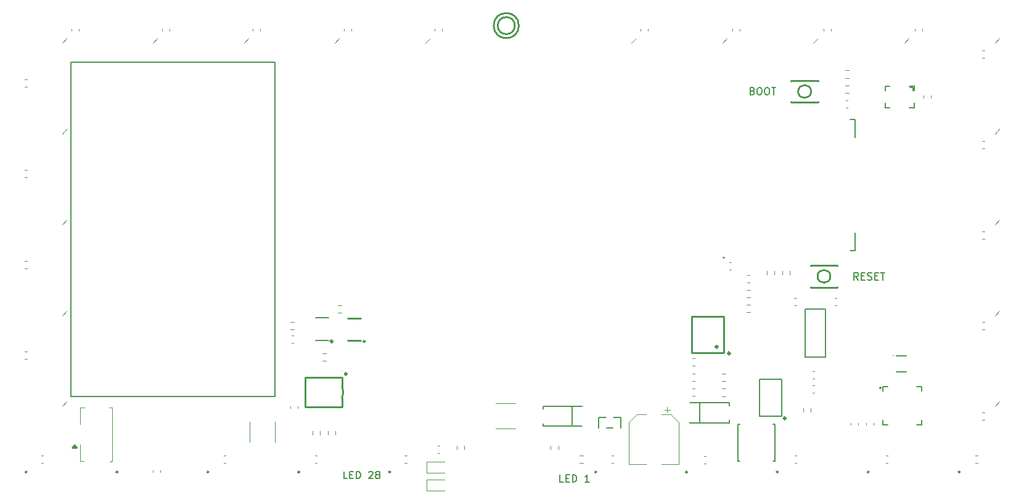
<source format=gbr>
%TF.GenerationSoftware,KiCad,Pcbnew,(6.0.4-0)*%
%TF.CreationDate,2022-05-07T01:43:22+02:00*%
%TF.ProjectId,LaptopLEDsign,4c617074-6f70-44c4-9544-7369676e2e6b,rev?*%
%TF.SameCoordinates,Original*%
%TF.FileFunction,Legend,Top*%
%TF.FilePolarity,Positive*%
%FSLAX46Y46*%
G04 Gerber Fmt 4.6, Leading zero omitted, Abs format (unit mm)*
G04 Created by KiCad (PCBNEW (6.0.4-0)) date 2022-05-07 01:43:22*
%MOMM*%
%LPD*%
G01*
G04 APERTURE LIST*
%ADD10C,0.200000*%
%ADD11C,0.150000*%
%ADD12C,0.120000*%
%ADD13C,0.254001*%
%ADD14C,0.127000*%
%ADD15C,0.300000*%
%ADD16C,0.059995*%
%ADD17C,0.152400*%
%ADD18C,0.100000*%
%ADD19C,0.151994*%
G04 APERTURE END LIST*
D10*
X91360000Y-70880000D02*
X119360000Y-70880000D01*
X119360000Y-70880000D02*
X119360000Y-116880000D01*
X119360000Y-116880000D02*
X91360000Y-116880000D01*
X91360000Y-116880000D02*
X91360000Y-70880000D01*
D11*
X184962857Y-74868571D02*
X185105714Y-74916190D01*
X185153333Y-74963809D01*
X185200952Y-75059047D01*
X185200952Y-75201904D01*
X185153333Y-75297142D01*
X185105714Y-75344761D01*
X185010476Y-75392380D01*
X184629523Y-75392380D01*
X184629523Y-74392380D01*
X184962857Y-74392380D01*
X185058095Y-74440000D01*
X185105714Y-74487619D01*
X185153333Y-74582857D01*
X185153333Y-74678095D01*
X185105714Y-74773333D01*
X185058095Y-74820952D01*
X184962857Y-74868571D01*
X184629523Y-74868571D01*
X185820000Y-74392380D02*
X186010476Y-74392380D01*
X186105714Y-74440000D01*
X186200952Y-74535238D01*
X186248571Y-74725714D01*
X186248571Y-75059047D01*
X186200952Y-75249523D01*
X186105714Y-75344761D01*
X186010476Y-75392380D01*
X185820000Y-75392380D01*
X185724761Y-75344761D01*
X185629523Y-75249523D01*
X185581904Y-75059047D01*
X185581904Y-74725714D01*
X185629523Y-74535238D01*
X185724761Y-74440000D01*
X185820000Y-74392380D01*
X186867619Y-74392380D02*
X187058095Y-74392380D01*
X187153333Y-74440000D01*
X187248571Y-74535238D01*
X187296190Y-74725714D01*
X187296190Y-75059047D01*
X187248571Y-75249523D01*
X187153333Y-75344761D01*
X187058095Y-75392380D01*
X186867619Y-75392380D01*
X186772380Y-75344761D01*
X186677142Y-75249523D01*
X186629523Y-75059047D01*
X186629523Y-74725714D01*
X186677142Y-74535238D01*
X186772380Y-74440000D01*
X186867619Y-74392380D01*
X187581904Y-74392380D02*
X188153333Y-74392380D01*
X187867619Y-75392380D02*
X187867619Y-74392380D01*
X129303809Y-128172380D02*
X128827619Y-128172380D01*
X128827619Y-127172380D01*
X129637142Y-127648571D02*
X129970476Y-127648571D01*
X130113333Y-128172380D02*
X129637142Y-128172380D01*
X129637142Y-127172380D01*
X130113333Y-127172380D01*
X130541904Y-128172380D02*
X130541904Y-127172380D01*
X130780000Y-127172380D01*
X130922857Y-127220000D01*
X131018095Y-127315238D01*
X131065714Y-127410476D01*
X131113333Y-127600952D01*
X131113333Y-127743809D01*
X131065714Y-127934285D01*
X131018095Y-128029523D01*
X130922857Y-128124761D01*
X130780000Y-128172380D01*
X130541904Y-128172380D01*
X132256190Y-127267619D02*
X132303809Y-127220000D01*
X132399047Y-127172380D01*
X132637142Y-127172380D01*
X132732380Y-127220000D01*
X132780000Y-127267619D01*
X132827619Y-127362857D01*
X132827619Y-127458095D01*
X132780000Y-127600952D01*
X132208571Y-128172380D01*
X132827619Y-128172380D01*
X133399047Y-127600952D02*
X133303809Y-127553333D01*
X133256190Y-127505714D01*
X133208571Y-127410476D01*
X133208571Y-127362857D01*
X133256190Y-127267619D01*
X133303809Y-127220000D01*
X133399047Y-127172380D01*
X133589523Y-127172380D01*
X133684761Y-127220000D01*
X133732380Y-127267619D01*
X133780000Y-127362857D01*
X133780000Y-127410476D01*
X133732380Y-127505714D01*
X133684761Y-127553333D01*
X133589523Y-127600952D01*
X133399047Y-127600952D01*
X133303809Y-127648571D01*
X133256190Y-127696190D01*
X133208571Y-127791428D01*
X133208571Y-127981904D01*
X133256190Y-128077142D01*
X133303809Y-128124761D01*
X133399047Y-128172380D01*
X133589523Y-128172380D01*
X133684761Y-128124761D01*
X133732380Y-128077142D01*
X133780000Y-127981904D01*
X133780000Y-127791428D01*
X133732380Y-127696190D01*
X133684761Y-127648571D01*
X133589523Y-127600952D01*
X199487619Y-100842380D02*
X199154285Y-100366190D01*
X198916190Y-100842380D02*
X198916190Y-99842380D01*
X199297142Y-99842380D01*
X199392380Y-99890000D01*
X199440000Y-99937619D01*
X199487619Y-100032857D01*
X199487619Y-100175714D01*
X199440000Y-100270952D01*
X199392380Y-100318571D01*
X199297142Y-100366190D01*
X198916190Y-100366190D01*
X199916190Y-100318571D02*
X200249523Y-100318571D01*
X200392380Y-100842380D02*
X199916190Y-100842380D01*
X199916190Y-99842380D01*
X200392380Y-99842380D01*
X200773333Y-100794761D02*
X200916190Y-100842380D01*
X201154285Y-100842380D01*
X201249523Y-100794761D01*
X201297142Y-100747142D01*
X201344761Y-100651904D01*
X201344761Y-100556666D01*
X201297142Y-100461428D01*
X201249523Y-100413809D01*
X201154285Y-100366190D01*
X200963809Y-100318571D01*
X200868571Y-100270952D01*
X200820952Y-100223333D01*
X200773333Y-100128095D01*
X200773333Y-100032857D01*
X200820952Y-99937619D01*
X200868571Y-99890000D01*
X200963809Y-99842380D01*
X201201904Y-99842380D01*
X201344761Y-99890000D01*
X201773333Y-100318571D02*
X202106666Y-100318571D01*
X202249523Y-100842380D02*
X201773333Y-100842380D01*
X201773333Y-99842380D01*
X202249523Y-99842380D01*
X202535238Y-99842380D02*
X203106666Y-99842380D01*
X202820952Y-100842380D02*
X202820952Y-99842380D01*
X159000000Y-128622380D02*
X158523809Y-128622380D01*
X158523809Y-127622380D01*
X159333333Y-128098571D02*
X159666666Y-128098571D01*
X159809523Y-128622380D02*
X159333333Y-128622380D01*
X159333333Y-127622380D01*
X159809523Y-127622380D01*
X160238095Y-128622380D02*
X160238095Y-127622380D01*
X160476190Y-127622380D01*
X160619047Y-127670000D01*
X160714285Y-127765238D01*
X160761904Y-127860476D01*
X160809523Y-128050952D01*
X160809523Y-128193809D01*
X160761904Y-128384285D01*
X160714285Y-128479523D01*
X160619047Y-128574761D01*
X160476190Y-128622380D01*
X160238095Y-128622380D01*
X162523809Y-128622380D02*
X161952380Y-128622380D01*
X162238095Y-128622380D02*
X162238095Y-127622380D01*
X162142857Y-127765238D01*
X162047619Y-127860476D01*
X161952380Y-127908095D01*
D12*
%TO.C,C31*%
X170640000Y-66303733D02*
X170640000Y-66596267D01*
X169620000Y-66303733D02*
X169620000Y-66596267D01*
D13*
%TO.C,D3*%
X163510798Y-127258498D02*
G75*
G03*
X163510798Y-127258498I-100000J0D01*
G01*
D14*
%TO.C,U4*%
X199014850Y-81252100D02*
X199014850Y-78802100D01*
X199014850Y-96802100D02*
X199014850Y-94352100D01*
X199014850Y-78802100D02*
X198364850Y-78802100D01*
X198364850Y-96802100D02*
X199014850Y-96802100D01*
D10*
X181114850Y-97802100D02*
G75*
G03*
X181114850Y-97802100I-100000J0D01*
G01*
D12*
%TO.C,R14*%
X126414724Y-111962500D02*
X125905276Y-111962500D01*
X126414724Y-110917500D02*
X125905276Y-110917500D01*
%TO.C,D17*%
X140068500Y-68284000D02*
X140678100Y-67582000D01*
%TO.C,D12*%
X218283100Y-68284000D02*
X218892700Y-67582000D01*
%TO.C,C13*%
X193203733Y-114450000D02*
X193496267Y-114450000D01*
X193203733Y-113430000D02*
X193496267Y-113430000D01*
%TO.C,F2*%
X119340000Y-120363748D02*
X119340000Y-123136252D01*
X115920000Y-120363748D02*
X115920000Y-123136252D01*
%TO.C,D15*%
X180839800Y-68284000D02*
X181449400Y-67582000D01*
%TO.C,F1*%
X149663748Y-121240000D02*
X152436252Y-121240000D01*
X149663748Y-117820000D02*
X152436252Y-117820000D01*
%TO.C,D8*%
X218283100Y-118264000D02*
X218892700Y-117562000D01*
D13*
%TO.C,D27*%
X97777298Y-127258498D02*
G75*
G03*
X97777298Y-127258498I-100000J0D01*
G01*
D12*
%TO.C,C18*%
X165603733Y-125020000D02*
X165896267Y-125020000D01*
X165603733Y-126040000D02*
X165896267Y-126040000D01*
%TO.C,D18*%
X127587400Y-68284000D02*
X128197000Y-67582000D01*
%TO.C,R2*%
X144367500Y-123625276D02*
X144367500Y-124134724D01*
X145412500Y-123625276D02*
X145412500Y-124134724D01*
%TO.C,C7*%
X190993767Y-104310000D02*
X190701233Y-104310000D01*
X190993767Y-103290000D02*
X190701233Y-103290000D01*
%TO.C,D20*%
X102625200Y-68284000D02*
X103234800Y-67582000D01*
%TO.C,C37*%
X85036233Y-73260000D02*
X85328767Y-73260000D01*
X85036233Y-74280000D02*
X85328767Y-74280000D01*
%TO.C,D13*%
X205802000Y-68284000D02*
X206411600Y-67582000D01*
D10*
%TO.C,U7*%
X202880013Y-120779987D02*
X203530000Y-120779987D01*
X207530000Y-120779987D02*
X208179987Y-120779987D01*
X202880013Y-116130000D02*
X202880013Y-115480013D01*
X202880013Y-120130000D02*
X202880013Y-120779987D01*
X208179987Y-120779987D02*
X208179987Y-120130000D01*
X202880013Y-115480013D02*
X203530000Y-115480013D01*
X208179987Y-116130000D02*
X208179987Y-115480013D01*
X208179987Y-115480013D02*
X207530000Y-115480013D01*
D15*
X202530254Y-115681435D02*
G75*
G03*
X202530254Y-115678895I-161288J1270D01*
G01*
D12*
%TO.C,C3*%
X167990000Y-120404437D02*
X167990000Y-126160000D01*
X167990000Y-126160000D02*
X170340000Y-126160000D01*
X174810000Y-120404437D02*
X174810000Y-126160000D01*
X173745563Y-119340000D02*
X172460000Y-119340000D01*
X173641250Y-118706250D02*
X172853750Y-118706250D01*
X169054437Y-119340000D02*
X167990000Y-120404437D01*
X173745563Y-119340000D02*
X174810000Y-120404437D01*
X173247500Y-118312500D02*
X173247500Y-119100000D01*
X174810000Y-126160000D02*
X172460000Y-126160000D01*
X169054437Y-119340000D02*
X170340000Y-119340000D01*
%TO.C,D10*%
X218283100Y-93274000D02*
X218892700Y-92572000D01*
%TO.C,C39*%
X85036233Y-98206666D02*
X85328767Y-98206666D01*
X85036233Y-99226666D02*
X85328767Y-99226666D01*
%TO.C,C45*%
X137201233Y-125020000D02*
X137493767Y-125020000D01*
X137201233Y-126040000D02*
X137493767Y-126040000D01*
D13*
%TO.C,U10*%
X128639911Y-115469898D02*
X128639911Y-114219962D01*
X123540089Y-118320038D02*
X123540089Y-114219962D01*
X128639911Y-118320038D02*
X123539835Y-118320038D01*
X123540089Y-114219962D02*
X128640165Y-114219962D01*
X128639911Y-117070102D02*
X128639911Y-118320038D01*
X128589873Y-117070102D02*
G75*
G03*
X128589873Y-115469898I-1683851J800102D01*
G01*
D16*
X128574125Y-113320038D02*
G75*
G03*
X128574125Y-113320038I-29972J0D01*
G01*
D13*
X129290152Y-113769873D02*
G75*
G03*
X129290152Y-113769873I-170180J0D01*
G01*
%TO.C,U3*%
X181020000Y-110900000D02*
X176620000Y-110900000D01*
X176620000Y-105900000D02*
X176620000Y-110900000D01*
X181020000Y-110900000D02*
X181020000Y-105900000D01*
X176620000Y-105900000D02*
X181020000Y-105900000D01*
D16*
X182019898Y-110869901D02*
G75*
G03*
X182019898Y-110869901I-29972J0D01*
G01*
D15*
X181887056Y-110936195D02*
G75*
G03*
X181887056Y-110936195I-150114J0D01*
G01*
X180189316Y-110025603D02*
G75*
G03*
X180189316Y-110025603I-150114J0D01*
G01*
D12*
%TO.C,D24*%
X90144100Y-105769000D02*
X90753700Y-105067000D01*
%TO.C,C36*%
X91430000Y-66303733D02*
X91430000Y-66596267D01*
X92450000Y-66303733D02*
X92450000Y-66596267D01*
%TO.C,C12*%
X193203733Y-115310000D02*
X193496267Y-115310000D01*
X193203733Y-116330000D02*
X193496267Y-116330000D01*
%TO.C,C27*%
X216501233Y-70270000D02*
X216793767Y-70270000D01*
X216501233Y-69250000D02*
X216793767Y-69250000D01*
%TO.C,R11*%
X126627500Y-121645276D02*
X126627500Y-122154724D01*
X127672500Y-121645276D02*
X127672500Y-122154724D01*
%TO.C,R12*%
X191907500Y-118964724D02*
X191907500Y-118455276D01*
X192952500Y-118964724D02*
X192952500Y-118455276D01*
D13*
%TO.C,D4*%
X175991898Y-127258498D02*
G75*
G03*
X175991898Y-127258498I-100000J0D01*
G01*
D12*
%TO.C,C19*%
X178273733Y-125080000D02*
X178566267Y-125080000D01*
X178273733Y-126100000D02*
X178566267Y-126100000D01*
%TO.C,R17*%
X181264724Y-114752500D02*
X180755276Y-114752500D01*
X181264724Y-113707500D02*
X180755276Y-113707500D01*
D17*
%TO.C,U18*%
X192208600Y-111466213D02*
X192208600Y-104813787D01*
X192208600Y-104813787D02*
X194951400Y-104813787D01*
X194951400Y-111466213D02*
X192208600Y-111466213D01*
X194951400Y-104813787D02*
X194951400Y-111466213D01*
D12*
%TO.C,C43*%
X112353733Y-125020000D02*
X112646267Y-125020000D01*
X112353733Y-126040000D02*
X112646267Y-126040000D01*
%TO.C,D23*%
X90144100Y-93274000D02*
X90753700Y-92572000D01*
%TO.C,R16*%
X180755276Y-115787500D02*
X181264724Y-115787500D01*
X180755276Y-116832500D02*
X181264724Y-116832500D01*
%TO.C,D16*%
X168358700Y-68284000D02*
X168968300Y-67582000D01*
%TO.C,C38*%
X85036233Y-85733333D02*
X85328767Y-85733333D01*
X85036233Y-86753333D02*
X85328767Y-86753333D01*
%TO.C,C40*%
X85036233Y-110680000D02*
X85328767Y-110680000D01*
X85036233Y-111700000D02*
X85328767Y-111700000D01*
D13*
%TO.C,D7*%
X213435198Y-127258498D02*
G75*
G03*
X213435198Y-127258498I-100000J0D01*
G01*
%TO.C,SW1*%
X192930013Y-101850000D02*
X196629987Y-101850000D01*
X196630013Y-101781166D02*
X196630013Y-101850000D01*
X192930013Y-98850000D02*
X196630013Y-98850000D01*
X196630013Y-98850000D02*
X196630013Y-98918834D01*
X192930013Y-98850000D02*
X192930013Y-98918834D01*
X192930013Y-101781166D02*
X192930013Y-101850000D01*
X195669002Y-100350000D02*
G75*
G03*
X195669002Y-100350000I-889002J0D01*
G01*
D12*
%TO.C,R8*%
X189027500Y-99565276D02*
X189027500Y-100074724D01*
X190072500Y-99565276D02*
X190072500Y-100074724D01*
%TO.C,D9*%
X218283100Y-105769000D02*
X218892700Y-105067000D01*
%TO.C,C24*%
X216501233Y-107612500D02*
X216793767Y-107612500D01*
X216501233Y-106592500D02*
X216793767Y-106592500D01*
%TO.C,C17*%
X176723733Y-113720000D02*
X177016267Y-113720000D01*
X176723733Y-114740000D02*
X177016267Y-114740000D01*
%TO.C,C16*%
X176723733Y-116820000D02*
X177016267Y-116820000D01*
X176723733Y-115800000D02*
X177016267Y-115800000D01*
%TO.C,C32*%
X141290000Y-66303733D02*
X141290000Y-66596267D01*
X142310000Y-66303733D02*
X142310000Y-66596267D01*
%TO.C,C14*%
X121480000Y-118486267D02*
X121480000Y-118193733D01*
X122500000Y-118486267D02*
X122500000Y-118193733D01*
%TO.C,D19*%
X115106300Y-68284000D02*
X115715900Y-67582000D01*
%TO.C,C34*%
X117380000Y-66303733D02*
X117380000Y-66596267D01*
X116360000Y-66303733D02*
X116360000Y-66596267D01*
%TO.C,R9*%
X187972500Y-100074724D02*
X187972500Y-99565276D01*
X186927500Y-100074724D02*
X186927500Y-99565276D01*
%TO.C,C20*%
X190746233Y-126040000D02*
X191038767Y-126040000D01*
X190746233Y-125020000D02*
X191038767Y-125020000D01*
D13*
%TO.C,D28*%
X110258398Y-127258498D02*
G75*
G03*
X110258398Y-127258498I-100000J0D01*
G01*
D10*
%TO.C,U8*%
X206100859Y-111270000D02*
X204700859Y-111270000D01*
X206100859Y-113470000D02*
X204700859Y-113470000D01*
X204307387Y-111275791D02*
G75*
G03*
X204309927Y-111275791I1270J134405D01*
G01*
D16*
X204377414Y-111270076D02*
G75*
G03*
X204377414Y-111270076I-29997J0D01*
G01*
D17*
%TO.C,U6*%
X176368832Y-120483704D02*
X181771168Y-120483704D01*
X181771168Y-117756298D02*
X181771168Y-118106793D01*
X176368832Y-117756298D02*
X181771168Y-117756298D01*
X177731036Y-117756298D02*
X177731036Y-120483704D01*
X181771168Y-120483704D02*
X181771168Y-120133209D01*
D16*
X176299845Y-120494880D02*
G75*
G03*
X176299845Y-120494880I-29972J0D01*
G01*
D13*
%TO.C,D6*%
X200954098Y-127258498D02*
G75*
G03*
X200954098Y-127258498I-100000J0D01*
G01*
D12*
%TO.C,C15*%
X121936267Y-109510000D02*
X121643733Y-109510000D01*
X121936267Y-108490000D02*
X121643733Y-108490000D01*
D13*
%TO.C,SW3*%
X152318142Y-65871924D02*
G75*
G03*
X152318142Y-65871924I-1170942J0D01*
G01*
X152874657Y-65871924D02*
G75*
G03*
X152874657Y-65871924I-1727457J0D01*
G01*
D12*
%TO.C,D1*%
X142672500Y-125865000D02*
X140212500Y-125865000D01*
X140212500Y-125865000D02*
X140212500Y-127335000D01*
X140212500Y-127335000D02*
X142672500Y-127335000D01*
%TO.C,C41*%
X87293733Y-125020000D02*
X87586267Y-125020000D01*
X87293733Y-126040000D02*
X87586267Y-126040000D01*
%TO.C,R1*%
X161185276Y-125007500D02*
X161694724Y-125007500D01*
X161185276Y-126052500D02*
X161694724Y-126052500D01*
%TO.C,R3*%
X158302500Y-123625276D02*
X158302500Y-124134724D01*
X157257500Y-123625276D02*
X157257500Y-124134724D01*
%TO.C,C25*%
X216501233Y-95165000D02*
X216793767Y-95165000D01*
X216501233Y-94145000D02*
X216793767Y-94145000D01*
%TO.C,C30*%
X183193333Y-66303733D02*
X183193333Y-66596267D01*
X182173333Y-66303733D02*
X182173333Y-66596267D01*
%TO.C,D25*%
X90144100Y-118264000D02*
X90753700Y-117562000D01*
%TO.C,D22*%
X90144100Y-80779000D02*
X90753700Y-80077000D01*
D13*
%TO.C,D5*%
X188472998Y-127258498D02*
G75*
G03*
X188472998Y-127258498I-100000J0D01*
G01*
D17*
%TO.C,U2*%
X156168832Y-118206297D02*
X156168832Y-118556792D01*
X161571168Y-120933703D02*
X156168832Y-120933703D01*
X160208964Y-120933703D02*
X160208964Y-118206297D01*
X156168832Y-120933703D02*
X156168832Y-120583208D01*
X161571168Y-118206297D02*
X156168832Y-118206297D01*
D16*
X161700099Y-118195121D02*
G75*
G03*
X161700099Y-118195121I-29972J0D01*
G01*
D12*
%TO.C,D11*%
X218283100Y-80779000D02*
X218892700Y-80077000D01*
%TO.C,C29*%
X194726666Y-66303733D02*
X194726666Y-66596267D01*
X195746666Y-66303733D02*
X195746666Y-66596267D01*
D17*
%TO.C,U11*%
X126739205Y-106070808D02*
X124960795Y-106070808D01*
X126739205Y-109149192D02*
X124960795Y-109149192D01*
D15*
X127301613Y-109278275D02*
G75*
G03*
X127301613Y-109278275I-150114J0D01*
G01*
D18*
X127300013Y-109073043D02*
G75*
G03*
X127300013Y-109073043I-50013J0D01*
G01*
D17*
%TO.C,U5*%
X188935559Y-114537937D02*
X188935559Y-119590363D01*
X185892735Y-119590363D02*
X185892735Y-114537937D01*
X188935559Y-119590363D02*
X185892735Y-119590363D01*
X185892735Y-114537937D02*
X188935559Y-114537937D01*
D15*
X189520061Y-119858150D02*
G75*
G03*
X189520061Y-119858150I-150114J0D01*
G01*
D12*
%TO.C,D2*%
X142672500Y-128345000D02*
X140212500Y-128345000D01*
X140212500Y-128345000D02*
X140212500Y-129815000D01*
X140212500Y-129815000D02*
X142672500Y-129815000D01*
%TO.C,C11*%
X141726233Y-124650000D02*
X142018767Y-124650000D01*
X141726233Y-123630000D02*
X142018767Y-123630000D01*
%TO.C,R6*%
X184674724Y-103242500D02*
X184165276Y-103242500D01*
X184674724Y-102197500D02*
X184165276Y-102197500D01*
%TO.C,C28*%
X207280000Y-66303733D02*
X207280000Y-66596267D01*
X208300000Y-66303733D02*
X208300000Y-66596267D01*
%TO.C,C44*%
X124883733Y-126040000D02*
X125176267Y-126040000D01*
X124883733Y-125020000D02*
X125176267Y-125020000D01*
%TO.C,C4*%
X199460000Y-120796267D02*
X199460000Y-120503733D01*
X198440000Y-120796267D02*
X198440000Y-120503733D01*
D17*
%TO.C,U1*%
X163833787Y-121198680D02*
X163833787Y-119746254D01*
X166886213Y-119746254D02*
X165854590Y-119746254D01*
X166886213Y-121198680D02*
X166886213Y-119746254D01*
X165815398Y-121198680D02*
X164904602Y-121198680D01*
X163833787Y-119746254D02*
X164865410Y-119746254D01*
D16*
X163939883Y-121672365D02*
G75*
G03*
X163939883Y-121672365I-29972J0D01*
G01*
D12*
%TO.C,C2*%
X176723733Y-112642500D02*
X177016267Y-112642500D01*
X176723733Y-111622500D02*
X177016267Y-111622500D01*
%TO.C,C33*%
X129845000Y-66303733D02*
X129845000Y-66596267D01*
X128825000Y-66303733D02*
X128825000Y-66596267D01*
D13*
%TO.C,U9*%
X129340000Y-106079987D02*
X131140025Y-106079987D01*
X129340000Y-109180013D02*
X131140025Y-109180013D01*
D16*
X131670023Y-109064976D02*
G75*
G03*
X131670023Y-109064976I-29998J0D01*
G01*
D13*
X131764003Y-109280902D02*
G75*
G03*
X131764003Y-109280902I-127000J0D01*
G01*
D19*
%TO.C,U20*%
X206979975Y-74370513D02*
X206979975Y-74770513D01*
X203199964Y-77190579D02*
X203180000Y-77170538D01*
X203832858Y-77190579D02*
X203199964Y-77190579D01*
X207179009Y-74812042D02*
X207179009Y-74169421D01*
X206579975Y-74370513D02*
X206979975Y-74370513D01*
X203180000Y-77170538D02*
X203180000Y-76528654D01*
X203821885Y-74170538D02*
X203180000Y-74170538D01*
X207180000Y-77190579D02*
X206527142Y-77190579D01*
X206817668Y-74170538D02*
X206538115Y-74170538D01*
X207180000Y-77190579D02*
X207180000Y-76528654D01*
X203180000Y-74812423D02*
X203180000Y-74170538D01*
X207179009Y-74169421D02*
X206818278Y-74169421D01*
D16*
X207209972Y-74170513D02*
G75*
G03*
X207209972Y-74170513I-29997J0D01*
G01*
D12*
%TO.C,C8*%
X184566267Y-101210000D02*
X184273733Y-101210000D01*
X184566267Y-100190000D02*
X184273733Y-100190000D01*
%TO.C,C35*%
X104915000Y-66303733D02*
X104915000Y-66596267D01*
X103895000Y-66303733D02*
X103895000Y-66596267D01*
D13*
%TO.C,D26*%
X85296198Y-127258498D02*
G75*
G03*
X85296198Y-127258498I-100000J0D01*
G01*
D12*
%TO.C,D14*%
X193320900Y-68284000D02*
X193930500Y-67582000D01*
%TO.C,D21*%
X90144100Y-68284000D02*
X90753700Y-67582000D01*
%TO.C,R10*%
X124557500Y-121645276D02*
X124557500Y-122154724D01*
X125602500Y-121645276D02*
X125602500Y-122154724D01*
%TO.C,C6*%
X200540000Y-120503733D02*
X200540000Y-120796267D01*
X201560000Y-120503733D02*
X201560000Y-120796267D01*
%TO.C,C1*%
X181763733Y-98380000D02*
X182056267Y-98380000D01*
X181763733Y-99400000D02*
X182056267Y-99400000D01*
D13*
%TO.C,D29*%
X122739498Y-127258498D02*
G75*
G03*
X122739498Y-127258498I-100000J0D01*
G01*
D12*
%TO.C,R13*%
X128484724Y-105362500D02*
X127975276Y-105362500D01*
X128484724Y-104317500D02*
X127975276Y-104317500D01*
%TO.C,C21*%
X203253733Y-125020000D02*
X203546267Y-125020000D01*
X203253733Y-126040000D02*
X203546267Y-126040000D01*
D13*
%TO.C,D30*%
X135220598Y-127258498D02*
G75*
G03*
X135220598Y-127258498I-100000J0D01*
G01*
D12*
%TO.C,C23*%
X216501233Y-120060000D02*
X216793767Y-120060000D01*
X216501233Y-119040000D02*
X216793767Y-119040000D01*
%TO.C,R15*%
X122044724Y-106607500D02*
X121535276Y-106607500D01*
X122044724Y-107652500D02*
X121535276Y-107652500D01*
%TO.C,R7*%
X197675276Y-75172500D02*
X198184724Y-75172500D01*
X197675276Y-74127500D02*
X198184724Y-74127500D01*
%TO.C,C10*%
X208420000Y-75796267D02*
X208420000Y-75503733D01*
X209440000Y-75796267D02*
X209440000Y-75503733D01*
%TO.C,R5*%
X198184724Y-73082500D02*
X197675276Y-73082500D01*
X198184724Y-72037500D02*
X197675276Y-72037500D01*
%TO.C,C9*%
X197783733Y-77200000D02*
X198076267Y-77200000D01*
X197783733Y-76180000D02*
X198076267Y-76180000D01*
D17*
%TO.C,L1*%
X182963787Y-125756213D02*
X183227592Y-125756213D01*
X182963787Y-120703787D02*
X182963787Y-125756213D01*
X188016213Y-125756213D02*
X187752408Y-125756213D01*
X188016213Y-120703787D02*
X188016213Y-125756213D01*
X187752408Y-120703787D02*
X188016213Y-120703787D01*
X183227592Y-120703787D02*
X182963787Y-120703787D01*
D16*
X188019997Y-125730000D02*
G75*
G03*
X188019997Y-125730000I-29997J0D01*
G01*
D12*
%TO.C,R4*%
X184674724Y-104217500D02*
X184165276Y-104217500D01*
X184674724Y-105262500D02*
X184165276Y-105262500D01*
%TO.C,C5*%
X196231233Y-103290000D02*
X196523767Y-103290000D01*
X196231233Y-104310000D02*
X196523767Y-104310000D01*
%TO.C,C22*%
X215586233Y-126040000D02*
X215878767Y-126040000D01*
X215586233Y-125020000D02*
X215878767Y-125020000D01*
%TO.C,U26*%
X96704715Y-125808400D02*
X97020000Y-125800025D01*
X92619949Y-118442400D02*
X92619949Y-120703000D01*
D13*
X91839685Y-123579655D02*
X91570445Y-123848895D01*
X91539888Y-123890069D02*
X92129246Y-123889535D01*
D12*
X92619949Y-125800025D02*
X92615315Y-123446200D01*
D13*
X92129246Y-123889535D02*
X92129246Y-123869215D01*
X92129246Y-123869215D02*
X91839685Y-123579655D01*
D12*
X97020000Y-118399975D02*
X96628515Y-118391600D01*
D13*
X91570445Y-123848895D02*
X91529906Y-123890069D01*
D12*
X97020000Y-125800025D02*
X97020000Y-118399975D01*
X92619949Y-125800025D02*
X93174115Y-125783000D01*
X93224915Y-118391600D02*
X92619949Y-118399975D01*
D13*
%TO.C,SW2*%
X190269987Y-76430000D02*
X190269987Y-76361166D01*
X193969987Y-76430000D02*
X190269987Y-76430000D01*
X193969987Y-76430000D02*
X193969987Y-76361166D01*
X193969987Y-73498834D02*
X193969987Y-73430000D01*
X190269987Y-73498834D02*
X190269987Y-73430000D01*
X193969987Y-73430000D02*
X190270013Y-73430000D01*
X193009002Y-74930000D02*
G75*
G03*
X193009002Y-74930000I-889002J0D01*
G01*
D12*
%TO.C,C42*%
X103620000Y-127013733D02*
X103620000Y-127306267D01*
X102600000Y-127013733D02*
X102600000Y-127306267D01*
%TO.C,C26*%
X216501233Y-81697500D02*
X216793767Y-81697500D01*
X216501233Y-82717500D02*
X216793767Y-82717500D01*
%TD*%
M02*

</source>
